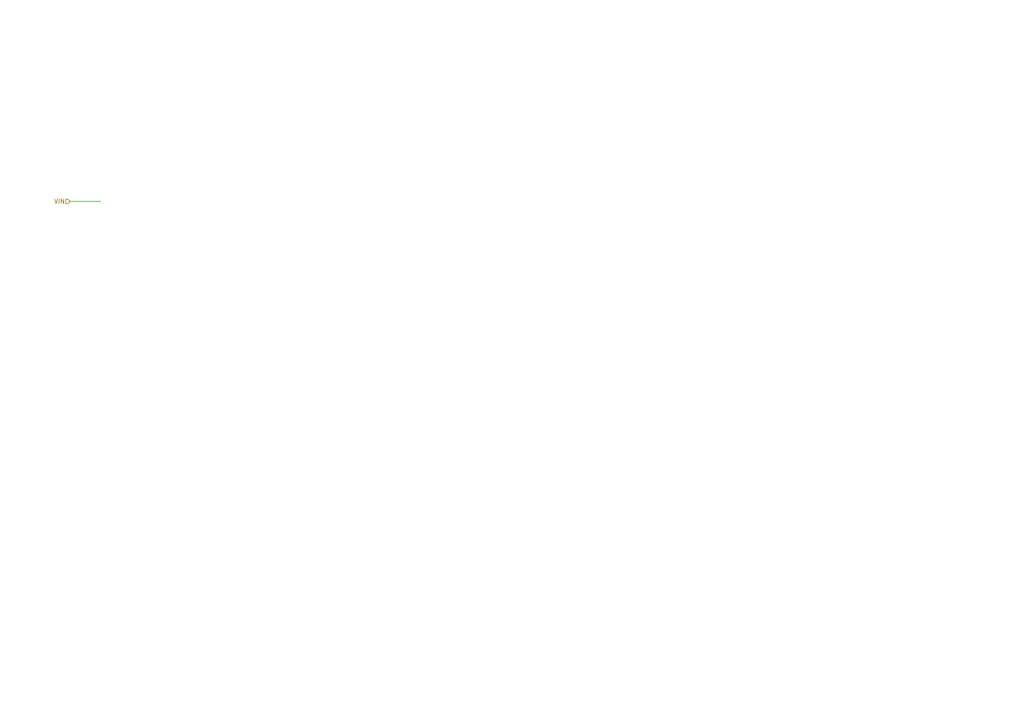
<source format=kicad_sch>
(kicad_sch (version 20210621) (generator eeschema)
  (paper "A4")
  (lib_symbols)
  (wire (pts (xy 20.32 58.42) (xy 29.21 58.42)))
  (hierarchical_label "VIN" (shape input) (at 20.32 58.42 180))
)
</source>
